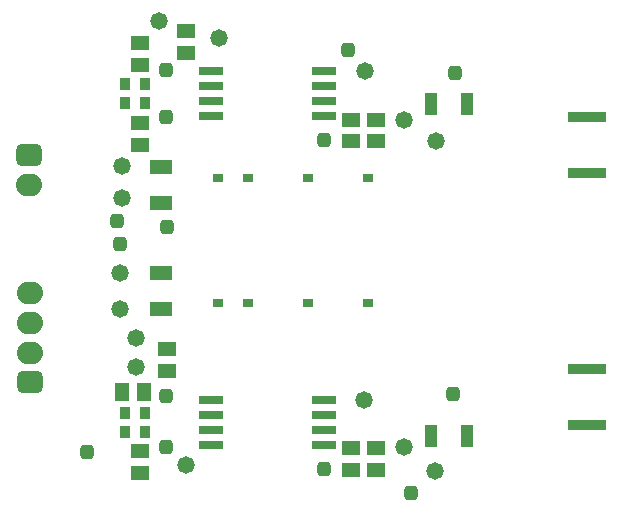
<source format=gts>
G04*
G04 #@! TF.GenerationSoftware,Altium Limited,Altium Designer,21.6.4 (81)*
G04*
G04 Layer_Color=8388736*
%FSLAX25Y25*%
%MOIN*%
G70*
G04*
G04 #@! TF.SameCoordinates,D96B5EB0-5715-4667-86B1-06F83BB8B169*
G04*
G04*
G04 #@! TF.FilePolarity,Negative*
G04*
G01*
G75*
%ADD23R,0.07690X0.05131*%
G04:AMPARAMS|DCode=24|XSize=47.37mil|YSize=47.37mil|CornerRadius=13.84mil|HoleSize=0mil|Usage=FLASHONLY|Rotation=90.000|XOffset=0mil|YOffset=0mil|HoleType=Round|Shape=RoundedRectangle|*
%AMROUNDEDRECTD24*
21,1,0.04737,0.01968,0,0,90.0*
21,1,0.01968,0.04737,0,0,90.0*
1,1,0.02769,0.00984,0.00984*
1,1,0.02769,0.00984,-0.00984*
1,1,0.02769,-0.00984,-0.00984*
1,1,0.02769,-0.00984,0.00984*
%
%ADD24ROUNDEDRECTD24*%
%ADD25R,0.07887X0.03162*%
%ADD26R,0.06115X0.04737*%
%ADD27R,0.04737X0.06115*%
%ADD28R,0.03556X0.04147*%
%ADD29R,0.04343X0.07296*%
%ADD30R,0.03556X0.02572*%
%ADD31R,0.12611X0.03556*%
G04:AMPARAMS|DCode=32|XSize=74.93mil|YSize=86.74mil|CornerRadius=20.73mil|HoleSize=0mil|Usage=FLASHONLY|Rotation=90.000|XOffset=0mil|YOffset=0mil|HoleType=Round|Shape=RoundedRectangle|*
%AMROUNDEDRECTD32*
21,1,0.07493,0.04528,0,0,90.0*
21,1,0.03347,0.08674,0,0,90.0*
1,1,0.04146,0.02264,0.01673*
1,1,0.04146,0.02264,-0.01673*
1,1,0.04146,-0.02264,-0.01673*
1,1,0.04146,-0.02264,0.01673*
%
%ADD32ROUNDEDRECTD32*%
%ADD33O,0.08674X0.07493*%
%ADD34C,0.05800*%
D23*
X70472Y112106D02*
D03*
Y88681D02*
D03*
Y76673D02*
D03*
Y124114D02*
D03*
D24*
X72047Y30709D02*
D03*
X45669Y29134D02*
D03*
X56693Y98425D02*
D03*
X55905Y105905D02*
D03*
X72047Y140551D02*
D03*
X153937Y15354D02*
D03*
X124803Y23228D02*
D03*
X168504Y155512D02*
D03*
X167717Y48425D02*
D03*
X72047Y47638D02*
D03*
Y156299D02*
D03*
X72441Y103937D02*
D03*
X124803Y133071D02*
D03*
X132677Y162992D02*
D03*
D25*
X124695Y46339D02*
D03*
Y41339D02*
D03*
Y36339D02*
D03*
Y31339D02*
D03*
X87094Y46339D02*
D03*
Y41339D02*
D03*
Y36339D02*
D03*
Y31339D02*
D03*
Y140905D02*
D03*
Y145905D02*
D03*
Y150906D02*
D03*
Y155905D02*
D03*
X124695Y140905D02*
D03*
Y145905D02*
D03*
Y150906D02*
D03*
Y155905D02*
D03*
D26*
X78740Y169390D02*
D03*
Y162106D02*
D03*
X72441Y63484D02*
D03*
Y56201D02*
D03*
X63386Y158169D02*
D03*
Y165453D02*
D03*
Y29232D02*
D03*
Y21949D02*
D03*
Y138681D02*
D03*
Y131398D02*
D03*
X142126Y132579D02*
D03*
Y139862D02*
D03*
Y23130D02*
D03*
Y30413D02*
D03*
X133858Y23130D02*
D03*
Y30413D02*
D03*
Y132579D02*
D03*
Y139862D02*
D03*
D27*
X64665Y49213D02*
D03*
X57382D02*
D03*
D28*
X58563Y42126D02*
D03*
X65059D02*
D03*
X58563Y35827D02*
D03*
X65059D02*
D03*
X58563Y151575D02*
D03*
X65059D02*
D03*
X58563Y145276D02*
D03*
X65059D02*
D03*
D29*
X172539Y34252D02*
D03*
X160531D02*
D03*
Y144882D02*
D03*
X172539D02*
D03*
D30*
X89468Y120472D02*
D03*
X99468D02*
D03*
X119471D02*
D03*
X139469D02*
D03*
X89468Y78740D02*
D03*
X99468D02*
D03*
X119471D02*
D03*
X139469D02*
D03*
D31*
X212598Y38189D02*
D03*
Y56693D02*
D03*
Y122047D02*
D03*
Y140551D02*
D03*
D32*
X26772Y52362D02*
D03*
X26378Y127953D02*
D03*
D33*
X26772Y62205D02*
D03*
Y72047D02*
D03*
Y81890D02*
D03*
X26378Y118110D02*
D03*
D34*
X57480Y113779D02*
D03*
X56693Y76772D02*
D03*
Y88583D02*
D03*
X151575Y139764D02*
D03*
X62205Y57480D02*
D03*
X69685Y172835D02*
D03*
X89764Y166929D02*
D03*
X78740Y24803D02*
D03*
X62205Y66929D02*
D03*
X57480Y124409D02*
D03*
X138189Y46457D02*
D03*
X161811Y22835D02*
D03*
X151575Y30709D02*
D03*
X138583Y155905D02*
D03*
X162205Y132677D02*
D03*
M02*

</source>
